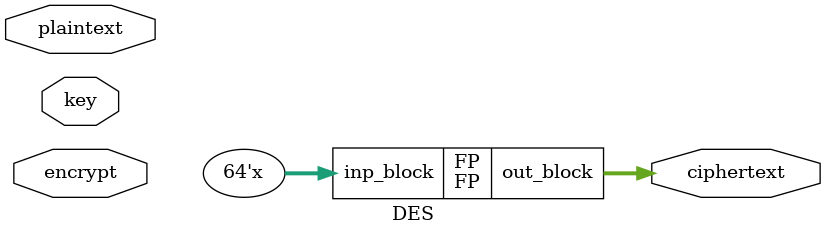
<source format=sv>
/*
 Data Encryption Standard (S-DES)
 64-bit 16-round block cipher encryption and decryption algorithm 
 using 56-bit key (64-bit key with Parity).
 */

module GenerateKeys (Key, SubKey1, SubKey2, SubKey3, SubKey4,
		     SubKey5, SubKey6, SubKey7, SubKey8,
		     SubKey9, SubKey10, SubKey11, SubKey12,
		     SubKey13, SubKey14, SubKey15, SubKey16);
   
   // Generate SubKeys
   input logic [63:0]  Key;
   output logic [47:0] SubKey1;
   output logic [47:0] SubKey2;
   output logic [47:0] SubKey3;
   output logic [47:0] SubKey4;
   output logic [47:0] SubKey5;
   output logic [47:0] SubKey6;
   output logic [47:0] SubKey7;
   output logic [47:0] SubKey8;
   output logic [47:0] SubKey9;
   output logic [47:0] SubKey10;
   output logic [47:0] SubKey11;
   output logic [47:0] SubKey12;
   output logic [47:0] SubKey13;
   output logic [47:0] SubKey14;
   output logic [47:0] SubKey15;
   output logic [47:0] SubKey16;

endmodule // GenerateKeys

module PC1 (key, left_block, right_block);

   input logic [63:0]  key;
   output logic [27:0] left_block;
   output logic [27:0] right_block;

   logic [55:0]        out_block;

endmodule // PC1

module PC2 (left_block, right_block, subkey);

   input logic [27:0] left_block;
   input logic [27:0] right_block;
   output logic [47:0] subkey;

endmodule // PC2

// Straight Function
module SF (inp_block, out_block);

   input logic [31:0] inp_block;
   output logic [31:0] out_block;

endmodule // SF

// Expansion Function
module EF (inp_block, out_block);

   input logic [31:0] inp_block;
   output logic [47:0] out_block;

endmodule // EF

module feistel (inp_block, subkey, out_block);

   input logic [31:0]  inp_block;
   input logic [47:0]  subkey;
   output logic [31:0] out_block;

endmodule // Feistel

// DES block round
module round (inp_block, subkey, out_block);

   input logic [63:0]  inp_block;
   input logic [47:0]  subkey;
   output logic [63:0] out_block;

endmodule // round1

// Initial Permutation
module IP (inp_block, out_block);

   input logic [63:0]  inp_block;
   output logic [63:0] out_block;

   assign out_block[63] = inp_block[64-58];
   assign out_block[62] = inp_block[64-50];
   assign out_block[61] = inp_block[64-42];
   assign out_block[60] = inp_block[64-34];
   assign out_block[59] = inp_block[64-26];
   assign out_block[58] = inp_block[64-18];
   assign out_block[57] = inp_block[64-10];
   assign out_block[56] = inp_block[64-2];
   assign out_block[55] = inp_block[64-60];
   assign out_block[54] = inp_block[64-52];   
   assign out_block[53] = inp_block[64-44];   
   assign out_block[52] = inp_block[64-36];
   assign out_block[51] = inp_block[64-28];
   assign out_block[50] = inp_block[64-20];
   assign out_block[49] = inp_block[64-12];
   assign out_block[48] = inp_block[64-4];
   assign out_block[47] = inp_block[64-62];
   assign out_block[46] = inp_block[64-54];
   assign out_block[45] = inp_block[64-46];
   assign out_block[44] = inp_block[64-38];   
   assign out_block[43] = inp_block[64-30];
   assign out_block[42] = inp_block[64-22];   
   assign out_block[41] = inp_block[64-14];
   assign out_block[40] = inp_block[64-6];
   assign out_block[39] = inp_block[64-64];
   assign out_block[38] = inp_block[64-56];
   assign out_block[37] = inp_block[64-48];
   assign out_block[36] = inp_block[64-40];
   assign out_block[35] = inp_block[64-32];
   assign out_block[34] = inp_block[64-24];   
   assign out_block[33] = inp_block[64-16];
   assign out_block[32] = inp_block[64-8];   
   assign out_block[31] = inp_block[64-57];
   assign out_block[30] = inp_block[64-49];
   assign out_block[29] = inp_block[64-41];
   assign out_block[28] = inp_block[64-33];
   assign out_block[27] = inp_block[64-25];
   assign out_block[26] = inp_block[64-17];
   assign out_block[25] = inp_block[64-9];   
   assign out_block[24] = inp_block[64-1];   
   assign out_block[23] = inp_block[64-59];
   assign out_block[22] = inp_block[64-51];   
   assign out_block[21] = inp_block[64-43];
   assign out_block[20] = inp_block[64-35];
   assign out_block[19] = inp_block[64-27];
   assign out_block[18] = inp_block[64-19];
   assign out_block[17] = inp_block[64-11];
   assign out_block[16] = inp_block[64-3];
   assign out_block[15] = inp_block[64-61];
   assign out_block[14] = inp_block[64-53];   
   assign out_block[13] = inp_block[64-45];
   assign out_block[12] = inp_block[64-37];   
   assign out_block[11] = inp_block[64-29];
   assign out_block[10] = inp_block[64-21];
   assign out_block[9] = inp_block[64-13];
   assign out_block[8] = inp_block[64-5];
   assign out_block[7] = inp_block[64-63];
   assign out_block[6] = inp_block[64-55];
   assign out_block[5] = inp_block[64-47];
   assign out_block[4] = inp_block[64-39];   
   assign out_block[3] = inp_block[64-31];
   assign out_block[2] = inp_block[64-23];    
   assign out_block[1] = inp_block[64-15];
   assign out_block[0] = inp_block[64-7];   

endmodule // IP

// Final Permutation
module FP (inp_block, out_block);

   input logic [63:0]  inp_block;
   output logic [63:0] out_block;

 assign out_block[63] = inp_block[64-40];
   assign out_block[62] = inp_block[64-8];
   assign out_block[61] = inp_block[64-48];
   assign out_block[60] = inp_block[64-16];
   assign out_block[59] = inp_block[64-56];
   assign out_block[58] = inp_block[64-24];
   assign out_block[57] = inp_block[64-64];
   assign out_block[56] = inp_block[64-32];
   
   assign out_block[55] = inp_block[64-39];
   assign out_block[54] = inp_block[64-7];   
   assign out_block[53] = inp_block[64-47];   
   assign out_block[52] = inp_block[64-15];
   assign out_block[51] = inp_block[64-55];
   assign out_block[50] = inp_block[64-23];
   assign out_block[49] = inp_block[64-63];
   assign out_block[48] = inp_block[64-31];
   
   assign out_block[47] = inp_block[64-38];
   assign out_block[46] = inp_block[64-6];
   assign out_block[45] = inp_block[64-46];
   assign out_block[44] = inp_block[64-14];   
   assign out_block[43] = inp_block[64-54];
   assign out_block[42] = inp_block[64-22];   
   assign out_block[41] = inp_block[64-62];
   assign out_block[40] = inp_block[64-30];
   
   assign out_block[39] = inp_block[64-37];
   assign out_block[38] = inp_block[64-5];
   assign out_block[37] = inp_block[64-45];
   assign out_block[36] = inp_block[64-13];
   assign out_block[35] = inp_block[64-53];
   assign out_block[34] = inp_block[64-21];   
   assign out_block[33] = inp_block[64-61];
   assign out_block[32] = inp_block[64-29];
   
   assign out_block[31] = inp_block[64-36];
   assign out_block[30] = inp_block[64-4];
   assign out_block[29] = inp_block[64-44];
   assign out_block[28] = inp_block[64-12];
   assign out_block[27] = inp_block[64-52];
   assign out_block[26] = inp_block[64-20];
   assign out_block[25] = inp_block[64-60];   
   assign out_block[24] = inp_block[64-28];
   
   assign out_block[23] = inp_block[64-35];
   assign out_block[22] = inp_block[64-3];   
   assign out_block[21] = inp_block[64-43];
   assign out_block[20] = inp_block[64-11];
   assign out_block[19] = inp_block[64-51];
   assign out_block[18] = inp_block[64-19];
   assign out_block[17] = inp_block[64-59];
   assign out_block[16] = inp_block[64-27];
   
   assign out_block[15] = inp_block[64-34];
   assign out_block[14] = inp_block[64-2];   
   assign out_block[13] = inp_block[64-42];
   assign out_block[12] = inp_block[64-10];   
   assign out_block[11] = inp_block[64-50];
   assign out_block[10] = inp_block[64-18];
   assign out_block[9] = inp_block[64-58];
   assign out_block[8] = inp_block[64-26];
   
   assign out_block[7] = inp_block[64-33];
   assign out_block[6] = inp_block[64-1];
   assign out_block[5] = inp_block[64-41];   
   assign out_block[4] = inp_block[64-9];
   assign out_block[3] = inp_block[64-49];    
   assign out_block[2] = inp_block[64-17];
   assign out_block[1] = inp_block[64-57];
   assign out_block[0] = inp_block[64-25];  

endmodule // FP

module S1_Box (inp_bits, out_bits);

   input logic [5:0] inp_bits;
   output logic [3:0] out_bits;

   always_comb
     begin
	case ({{inp_bits[5], inp_bits[0]}, inp_bits[4:1]})
	  6'd0  : out_bits = 4'd14;             
	  6'd1  : out_bits = 4'd4;             
	  6'd2  : out_bits = 4'd13;            
	  6'd3  : out_bits = 4'd1;             
	  6'd4  : out_bits = 4'd2;             
	  6'd5  : out_bits = 4'd15;             
	  6'd6  : out_bits = 4'd11;             
	  6'd7  : out_bits = 4'd8;             
	  6'd8  : out_bits = 4'd3;             
	  6'd9  : out_bits = 4'd10;             
	  6'd10 : out_bits = 4'd6;             
	  6'd11 : out_bits = 4'd12;             
	  6'd12 : out_bits = 4'd5;             
	  6'd13 : out_bits = 4'd9;             
	  6'd14 : out_bits = 4'd0;             
	  6'd15 : out_bits = 4'd7;             
	  6'd16 : out_bits = 4'd0;             
	  6'd17 : out_bits = 4'd15;             
	  6'd18 : out_bits = 4'd7;             
	  6'd19 : out_bits = 4'd4;             
	  6'd20 : out_bits = 4'd14;             
	  6'd21 : out_bits = 4'd2;             
	  6'd22 : out_bits = 4'd13;             
	  6'd23 : out_bits = 4'd1;             
	  6'd24 : out_bits = 4'd10;             
	  6'd25 : out_bits = 4'd6;             
	  6'd26 : out_bits = 4'd12;             
	  6'd27 : out_bits = 4'd11;             
	  6'd28 : out_bits = 4'd9;             
	  6'd29 : out_bits = 4'd5;             
	  6'd30 : out_bits = 4'd3;             
	  6'd31 : out_bits = 4'd8;             
	  6'd32 : out_bits = 4'd4;             
	  6'd33 : out_bits = 4'd1;             
	  6'd34 : out_bits = 4'd14;             
	  6'd35 : out_bits = 4'd8;             
	  6'd36 : out_bits = 4'd13;             
	  6'd37 : out_bits = 4'd6;             
	  6'd38 : out_bits = 4'd2;             
	  6'd39 : out_bits = 4'd11;             
	  6'd40 : out_bits = 4'd15;             
	  6'd41 : out_bits = 4'd12;             
	  6'd42 : out_bits = 4'd9;             
	  6'd43 : out_bits = 4'd7;             
	  6'd44 : out_bits = 4'd3;             
	  6'd45 : out_bits = 4'd10;             
	  6'd46 : out_bits = 4'd5;             
	  6'd47 : out_bits = 4'd0;             
	  6'd48 : out_bits = 4'd15;             
	  6'd49 : out_bits = 4'd12;             
	  6'd50 : out_bits = 4'd8;             
	  6'd51 : out_bits = 4'd2;             
	  6'd52 : out_bits = 4'd4;             
	  6'd53 : out_bits = 4'd9;            
	  6'd54 : out_bits = 4'd1;             
	  6'd55 : out_bits = 4'd7;            
	  6'd56 : out_bits = 4'd5;        
	  6'd57 : out_bits = 4'd11;        
	  6'd58 : out_bits = 4'd3;       
	  6'd59 : out_bits = 4'd14;       
	  6'd60 : out_bits = 4'd10;       
	  6'd61 : out_bits = 4'd0;       
	  6'd62 : out_bits = 4'd6;      
	  6'd63 : out_bits = 4'd13;      
	  default : out_bits = 4'd0; 		
        endcase
     end // always_comb
   
endmodule // S1_Box

module S2_Box (inp_bits, out_bits);

   input logic [5:0] inp_bits;
   output logic [3:0] out_bits;

   always_comb
     begin
	case ({{inp_bits[5], inp_bits[0]}, inp_bits[4:1]})             
	  6'd0  : out_bits = 4'd15;             
	  6'd1  : out_bits = 4'd1;             
	  6'd2  : out_bits = 4'd8;            
	  6'd3  : out_bits = 4'd14;             
	  6'd4  : out_bits = 4'd6;             
	  6'd5  : out_bits = 4'd11;             
	  6'd6  : out_bits = 4'd3;             
	  6'd7  : out_bits = 4'd4;             
	  6'd8  : out_bits = 4'd9;             
	  6'd9  : out_bits = 4'd7;             
	  6'd10 : out_bits = 4'd2;             
	  6'd11 : out_bits = 4'd13;             
	  6'd12 : out_bits = 4'd12;             
	  6'd13 : out_bits = 4'd0;             
	  6'd14 : out_bits = 4'd5;             
	  6'd15 : out_bits = 4'd10;             
	  6'd16 : out_bits = 4'd3;             
	  6'd17 : out_bits = 4'd13;             
	  6'd18 : out_bits = 4'd4;             
	  6'd19 : out_bits = 4'd7;             
	  6'd20 : out_bits = 4'd15;             
	  6'd21 : out_bits = 4'd2;             
	  6'd22 : out_bits = 4'd8;             
	  6'd23 : out_bits = 4'd14;             
	  6'd24 : out_bits = 4'd12;             
	  6'd25 : out_bits = 4'd0;             
	  6'd26 : out_bits = 4'd1;             
	  6'd27 : out_bits = 4'd10;             
	  6'd28 : out_bits = 4'd6;             
	  6'd29 : out_bits = 4'd9;             
	  6'd30 : out_bits = 4'd11;             
	  6'd31 : out_bits = 4'd5;             
	  6'd32 : out_bits = 4'd0;             
	  6'd33 : out_bits = 4'd14;             
	  6'd34 : out_bits = 4'd7;             
	  6'd35 : out_bits = 4'd11;             
	  6'd36 : out_bits = 4'd10;             
	  6'd37 : out_bits = 4'd4;             
	  6'd38 : out_bits = 4'd13;             
	  6'd39 : out_bits = 4'd1;             
	  6'd40 : out_bits = 4'd5;             
	  6'd41 : out_bits = 4'd8;             
	  6'd42 : out_bits = 4'd12;             
	  6'd43 : out_bits = 4'd6;             
	  6'd44 : out_bits = 4'd9;             
	  6'd45 : out_bits = 4'd3;             
	  6'd46 : out_bits = 4'd2;             
	  6'd47 : out_bits = 4'd15;             
	  6'd48 : out_bits = 4'd13;             
	  6'd49 : out_bits = 4'd8;             
	  6'd50 : out_bits = 4'd10;             
	  6'd51 : out_bits = 4'd1;             
	  6'd52 : out_bits = 4'd3;             
	  6'd53 : out_bits = 4'd15;            
	  6'd54 : out_bits = 4'd4;             
	  6'd55 : out_bits = 4'd2;            
	  6'd56 : out_bits = 4'd11;        
	  6'd57 : out_bits = 4'd6;        
	  6'd58 : out_bits = 4'd7;       
	  6'd59 : out_bits = 4'd12;       
	  6'd60 : out_bits = 4'd0;       
	  6'd61 : out_bits = 4'd5;       
	  6'd62 : out_bits = 4'd14;      
	  6'd63 : out_bits = 4'd9;      
	  default : out_bits = 4'd0; 		
        endcase
     end // always_comb
   
endmodule // S2_Box

module S3_Box (inp_bits, out_bits);

   input logic [5:0] inp_bits;
   output logic [3:0] out_bits;

   always_comb
     begin
	case ({{inp_bits[5], inp_bits[0]}, inp_bits[4:1]})
	  6'd0  : out_bits = 4'd10;             
	  6'd1  : out_bits = 4'd0;             
	  6'd2  : out_bits = 4'd9;            
	  6'd3  : out_bits = 4'd14;             
	  6'd4  : out_bits = 4'd6;             
	  6'd5  : out_bits = 4'd3;             
	  6'd6  : out_bits = 4'd15;             
	  6'd7  : out_bits = 4'd5;             
	  6'd8  : out_bits = 4'd1;             
	  6'd9  : out_bits = 4'd13;             
	  6'd10 : out_bits = 4'd12;             
	  6'd11 : out_bits = 4'd7;             
	  6'd12 : out_bits = 4'd11;             
	  6'd13 : out_bits = 4'd4;             
	  6'd14 : out_bits = 4'd2;             
	  6'd15 : out_bits = 4'd8;             
	  6'd16 : out_bits = 4'd13;             
	  6'd17 : out_bits = 4'd7;             
	  6'd18 : out_bits = 4'd0;             
	  6'd19 : out_bits = 4'd9;             
	  6'd20 : out_bits = 4'd3;             
	  6'd21 : out_bits = 4'd4;             
	  6'd22 : out_bits = 4'd6;             
	  6'd23 : out_bits = 4'd10;             
	  6'd24 : out_bits = 4'd2;             
	  6'd25 : out_bits = 4'd8;             
	  6'd26 : out_bits = 4'd5;             
	  6'd27 : out_bits = 4'd14;             
	  6'd28 : out_bits = 4'd12;             
	  6'd29 : out_bits = 4'd11;             
	  6'd30 : out_bits = 4'd15;             
	  6'd31 : out_bits = 4'd1;             
	  6'd32 : out_bits = 4'd13;             
	  6'd33 : out_bits = 4'd6;             
	  6'd34 : out_bits = 4'd4;             
	  6'd35 : out_bits = 4'd9;             
	  6'd36 : out_bits = 4'd8;             
	  6'd37 : out_bits = 4'd15;             
	  6'd38 : out_bits = 4'd3;             
	  6'd39 : out_bits = 4'd0;             
	  6'd40 : out_bits = 4'd11;             
	  6'd41 : out_bits = 4'd1;             
	  6'd42 : out_bits = 4'd2;             
	  6'd43 : out_bits = 4'd12;             
	  6'd44 : out_bits = 4'd5;             
	  6'd45 : out_bits = 4'd10;             
	  6'd46 : out_bits = 4'd14;             
	  6'd47 : out_bits = 4'd7;             
	  6'd48 : out_bits = 4'd1;             
	  6'd49 : out_bits = 4'd10;             
	  6'd50 : out_bits = 4'd13;             
	  6'd51 : out_bits = 4'd0;             
	  6'd52 : out_bits = 4'd6;             
	  6'd53 : out_bits = 4'd9;            
	  6'd54 : out_bits = 4'd8;             
	  6'd55 : out_bits = 4'd7;            
	  6'd56 : out_bits = 4'd4;        
	  6'd57 : out_bits = 4'd15;        
	  6'd58 : out_bits = 4'd14;       
	  6'd59 : out_bits = 4'd3;       
	  6'd60 : out_bits = 4'd11;       
	  6'd61 : out_bits = 4'd5;       
	  6'd62 : out_bits = 4'd2;      
	  6'd63 : out_bits = 4'd12;      
	  default : out_bits = 4'd0; 		
        endcase
     end // always_comb
   
endmodule // S3_Box

module S4_Box (inp_bits, out_bits);

   input logic [5:0] inp_bits;
   output logic [3:0] out_bits;

   always_comb
     begin
	case ({{inp_bits[5], inp_bits[0]}, inp_bits[4:1]})   
	  6'd0  : out_bits = 4'd7;             
	  6'd1  : out_bits = 4'd13;             
	  6'd2  : out_bits = 4'd14;            
	  6'd3  : out_bits = 4'd3;             
	  6'd4  : out_bits = 4'd0;             
	  6'd5  : out_bits = 4'd6;             
	  6'd6  : out_bits = 4'd9;             
	  6'd7  : out_bits = 4'd10;             
	  6'd8  : out_bits = 4'd1;             
	  6'd9  : out_bits = 4'd2;             
	  6'd10 : out_bits = 4'd8;             
	  6'd11 : out_bits = 4'd5;             
	  6'd12 : out_bits = 4'd11;             
	  6'd13 : out_bits = 4'd12;             
	  6'd14 : out_bits = 4'd4;             
	  6'd15 : out_bits = 4'd15;             
	  6'd16 : out_bits = 4'd13;             
	  6'd17 : out_bits = 4'd8;             
	  6'd18 : out_bits = 4'd11;             
	  6'd19 : out_bits = 4'd5;             
	  6'd20 : out_bits = 4'd6;             
	  6'd21 : out_bits = 4'd15;             
	  6'd22 : out_bits = 4'd0;             
	  6'd23 : out_bits = 4'd3;             
	  6'd24 : out_bits = 4'd4;             
	  6'd25 : out_bits = 4'd7;             
	  6'd26 : out_bits = 4'd2;             
	  6'd27 : out_bits = 4'd12;             
	  6'd28 : out_bits = 4'd1;             
	  6'd29 : out_bits = 4'd10;             
	  6'd30 : out_bits = 4'd14;             
	  6'd31 : out_bits = 4'd9;             
	  6'd32 : out_bits = 4'd10;             
	  6'd33 : out_bits = 4'd6;             
	  6'd34 : out_bits = 4'd9;             
	  6'd35 : out_bits = 4'd0;             
	  6'd36 : out_bits = 4'd12;             
	  6'd37 : out_bits = 4'd11;             
	  6'd38 : out_bits = 4'd7;             
	  6'd39 : out_bits = 4'd13;             
	  6'd40 : out_bits = 4'd15;             
	  6'd41 : out_bits = 4'd1;             
	  6'd42 : out_bits = 4'd3;             
	  6'd43 : out_bits = 4'd14;             
	  6'd44 : out_bits = 4'd5;             
	  6'd45 : out_bits = 4'd2;             
	  6'd46 : out_bits = 4'd8;             
	  6'd47 : out_bits = 4'd4;             
	  6'd48 : out_bits = 4'd3;             
	  6'd49 : out_bits = 4'd15;             
	  6'd50 : out_bits = 4'd0;             
	  6'd51 : out_bits = 4'd6;             
	  6'd52 : out_bits = 4'd10;             
	  6'd53 : out_bits = 4'd1;            
	  6'd54 : out_bits = 4'd13;             
	  6'd55 : out_bits = 4'd8;            
	  6'd56 : out_bits = 4'd9;        
	  6'd57 : out_bits = 4'd4;        
	  6'd58 : out_bits = 4'd5;       
	  6'd59 : out_bits = 4'd11;       
	  6'd60 : out_bits = 4'd12;       
	  6'd61 : out_bits = 4'd7;       
	  6'd62 : out_bits = 4'd2;      
	  6'd63 : out_bits = 4'd14;      
	  default : out_bits = 4'd0; 		
        endcase
     end // always_comb
   
endmodule // S4_Box

module S5_Box (inp_bits, out_bits);

   input logic [5:0] inp_bits;
   output logic [3:0] out_bits;

   always_comb
     begin
	case ({{inp_bits[5], inp_bits[0]}, inp_bits[4:1]})   
	  6'd0  : out_bits = 4'd2;             
	  6'd1  : out_bits = 4'd12;             
	  6'd2  : out_bits = 4'd4;            
	  6'd3  : out_bits = 4'd1;             
	  6'd4  : out_bits = 4'd7;             
	  6'd5  : out_bits = 4'd10;             
	  6'd6  : out_bits = 4'd11;             
	  6'd7  : out_bits = 4'd6;             
	  6'd8  : out_bits = 4'd8;             
	  6'd9  : out_bits = 4'd5;             
	  6'd10 : out_bits = 4'd3;             
	  6'd11 : out_bits = 4'd15;             
	  6'd12 : out_bits = 4'd13;             
	  6'd13 : out_bits = 4'd0;             
	  6'd14 : out_bits = 4'd14;             
	  6'd15 : out_bits = 4'd9;             
	  6'd16 : out_bits = 4'd14;             
	  6'd17 : out_bits = 4'd11;             
	  6'd18 : out_bits = 4'd2;             
	  6'd19 : out_bits = 4'd12;             
	  6'd20 : out_bits = 4'd4;             
	  6'd21 : out_bits = 4'd7;             
	  6'd22 : out_bits = 4'd13;             
	  6'd23 : out_bits = 4'd1;             
	  6'd24 : out_bits = 4'd5;             
	  6'd25 : out_bits = 4'd0;             
	  6'd26 : out_bits = 4'd15;             
	  6'd27 : out_bits = 4'd10;             
	  6'd28 : out_bits = 4'd3;             
	  6'd29 : out_bits = 4'd9;             
	  6'd30 : out_bits = 4'd8;             
	  6'd31 : out_bits = 4'd6;             
	  6'd32 : out_bits = 4'd4;             
	  6'd33 : out_bits = 4'd2;             
	  6'd34 : out_bits = 4'd1;             
	  6'd35 : out_bits = 4'd11;             
	  6'd36 : out_bits = 4'd10;             
	  6'd37 : out_bits = 4'd13;             
	  6'd38 : out_bits = 4'd7;             
	  6'd39 : out_bits = 4'd8;             
	  6'd40 : out_bits = 4'd15;             
	  6'd41 : out_bits = 4'd9;             
	  6'd42 : out_bits = 4'd12;             
	  6'd43 : out_bits = 4'd5;             
	  6'd44 : out_bits = 4'd6;             
	  6'd45 : out_bits = 4'd3;             
	  6'd46 : out_bits = 4'd0;             
	  6'd47 : out_bits = 4'd14;             
	  6'd48 : out_bits = 4'd11;             
	  6'd49 : out_bits = 4'd8;             
	  6'd50 : out_bits = 4'd12;             
	  6'd51 : out_bits = 4'd7;             
	  6'd52 : out_bits = 4'd1;             
	  6'd53 : out_bits = 4'd14;            
	  6'd54 : out_bits = 4'd2;             
	  6'd55 : out_bits = 4'd13;            
	  6'd56 : out_bits = 4'd6;        
	  6'd57 : out_bits = 4'd15;        
	  6'd58 : out_bits = 4'd0;       
	  6'd59 : out_bits = 4'd9;       
	  6'd60 : out_bits = 4'd10;       
	  6'd61 : out_bits = 4'd4;       
	  6'd62 : out_bits = 4'd5;      
	  6'd63 : out_bits = 4'd3;      
	  default : out_bits = 4'd0; 		
        endcase
     end // always_comb
   
endmodule // S5_Box

module S6_Box (inp_bits, out_bits);

   input logic [5:0] inp_bits;
   output logic [3:0] out_bits;

   always_comb
     begin
	case ({{inp_bits[5], inp_bits[0]}, inp_bits[4:1]})   
	  6'd0  : out_bits = 4'd12;             
	  6'd1  : out_bits = 4'd1;             
	  6'd2  : out_bits = 4'd10;            
	  6'd3  : out_bits = 4'd15;             
	  6'd4  : out_bits = 4'd9;             
	  6'd5  : out_bits = 4'd2;             
	  6'd6  : out_bits = 4'd6;             
	  6'd7  : out_bits = 4'd8;             
	  6'd8  : out_bits = 4'd0;             
	  6'd9  : out_bits = 4'd13;             
	  6'd10 : out_bits = 4'd3;             
	  6'd11 : out_bits = 4'd4;             
	  6'd12 : out_bits = 4'd14;             
	  6'd13 : out_bits = 4'd7;             
	  6'd14 : out_bits = 4'd5;             
	  6'd15 : out_bits = 4'd11;             
	  6'd16 : out_bits = 4'd10;             
	  6'd17 : out_bits = 4'd15;             
	  6'd18 : out_bits = 4'd4;             
	  6'd19 : out_bits = 4'd2;             
	  6'd20 : out_bits = 4'd7;             
	  6'd21 : out_bits = 4'd12;             
	  6'd22 : out_bits = 4'd9;             
	  6'd23 : out_bits = 4'd5;             
	  6'd24 : out_bits = 4'd6;             
	  6'd25 : out_bits = 4'd1;             
	  6'd26 : out_bits = 4'd13;             
	  6'd27 : out_bits = 4'd14;             
	  6'd28 : out_bits = 4'd0;             
	  6'd29 : out_bits = 4'd11;             
	  6'd30 : out_bits = 4'd3;             
	  6'd31 : out_bits = 4'd8;             
	  6'd32 : out_bits = 4'd9;             
	  6'd33 : out_bits = 4'd14;             
	  6'd34 : out_bits = 4'd15;             
	  6'd35 : out_bits = 4'd5;             
	  6'd36 : out_bits = 4'd2;             
	  6'd37 : out_bits = 4'd8;             
	  6'd38 : out_bits = 4'd12;             
	  6'd39 : out_bits = 4'd3;             
	  6'd40 : out_bits = 4'd7;             
	  6'd41 : out_bits = 4'd0;             
	  6'd42 : out_bits = 4'd4;             
	  6'd43 : out_bits = 4'd10;             
	  6'd44 : out_bits = 4'd1;             
	  6'd45 : out_bits = 4'd13;             
	  6'd46 : out_bits = 4'd11;             
	  6'd47 : out_bits = 4'd6;             
	  6'd48 : out_bits = 4'd4;             
	  6'd49 : out_bits = 4'd3;             
	  6'd50 : out_bits = 4'd2;             
	  6'd51 : out_bits = 4'd12;             
	  6'd52 : out_bits = 4'd9;             
	  6'd53 : out_bits = 4'd5;            
	  6'd54 : out_bits = 4'd15;             
	  6'd55 : out_bits = 4'd10;            
	  6'd56 : out_bits = 4'd11;        
	  6'd57 : out_bits = 4'd14;        
	  6'd58 : out_bits = 4'd1;       
	  6'd59 : out_bits = 4'd7;       
	  6'd60 : out_bits = 4'd6;       
	  6'd61 : out_bits = 4'd0;       
	  6'd62 : out_bits = 4'd8;      
	  6'd63 : out_bits = 4'd13;	  
	  default : out_bits = 4'd0; 		
        endcase
     end // always_comb
   
endmodule // S6_Box

module S7_Box (inp_bits, out_bits);

   input logic [5:0] inp_bits;
   output logic [3:0] out_bits;

   always_comb
     begin
	case ({{inp_bits[5], inp_bits[0]}, inp_bits[4:1]})   
	  6'd0  : out_bits = 4'd4;             
	  6'd1  : out_bits = 4'd11;             
	  6'd2  : out_bits = 4'd2;            
	  6'd3  : out_bits = 4'd14;             
	  6'd4  : out_bits = 4'd15;             
	  6'd5  : out_bits = 4'd0;             
	  6'd6  : out_bits = 4'd8;             
	  6'd7  : out_bits = 4'd13;             
	  6'd8  : out_bits = 4'd3;             
	  6'd9  : out_bits = 4'd12;             
	  6'd10 : out_bits = 4'd9;             
	  6'd11 : out_bits = 4'd7;             
	  6'd12 : out_bits = 4'd5;             
	  6'd13 : out_bits = 4'd10;             
	  6'd14 : out_bits = 4'd6;             
	  6'd15 : out_bits = 4'd1;             
	  6'd16 : out_bits = 4'd13;             
	  6'd17 : out_bits = 4'd0;             
	  6'd18 : out_bits = 4'd11;             
	  6'd19 : out_bits = 4'd7;             
	  6'd20 : out_bits = 4'd4;             
	  6'd21 : out_bits = 4'd9;             
	  6'd22 : out_bits = 4'd1;             
	  6'd23 : out_bits = 4'd10;             
	  6'd24 : out_bits = 4'd14;             
	  6'd25 : out_bits = 4'd3;             
	  6'd26 : out_bits = 4'd5;             
	  6'd27 : out_bits = 4'd12;             
	  6'd28 : out_bits = 4'd2;             
	  6'd29 : out_bits = 4'd15;             
	  6'd30 : out_bits = 4'd8;             
	  6'd31 : out_bits = 4'd6;             
	  6'd32 : out_bits = 4'd1;             
	  6'd33 : out_bits = 4'd4;             
	  6'd34 : out_bits = 4'd11;             
	  6'd35 : out_bits = 4'd13;             
	  6'd36 : out_bits = 4'd12;             
	  6'd37 : out_bits = 4'd3;             
	  6'd38 : out_bits = 4'd7;             
	  6'd39 : out_bits = 4'd14;             
	  6'd40 : out_bits = 4'd10;             
	  6'd41 : out_bits = 4'd15;             
	  6'd42 : out_bits = 4'd6;             
	  6'd43 : out_bits = 4'd8;             
	  6'd44 : out_bits = 4'd0;             
	  6'd45 : out_bits = 4'd5;             
	  6'd46 : out_bits = 4'd9;             
	  6'd47 : out_bits = 4'd2;             
	  6'd48 : out_bits = 4'd6;             
	  6'd49 : out_bits = 4'd11;             
	  6'd50 : out_bits = 4'd13;             
	  6'd51 : out_bits = 4'd8;             
	  6'd52 : out_bits = 4'd1;             
	  6'd53 : out_bits = 4'd4;            
	  6'd54 : out_bits = 4'd10;             
	  6'd55 : out_bits = 4'd7;            
	  6'd56 : out_bits = 4'd9;        
	  6'd57 : out_bits = 4'd5;        
	  6'd58 : out_bits = 4'd0;       
	  6'd59 : out_bits = 4'd15;       
	  6'd60 : out_bits = 4'd14;       
	  6'd61 : out_bits = 4'd2;       
	  6'd62 : out_bits = 4'd3;      
	  6'd63 : out_bits = 4'd12;  
	  default : out_bits = 4'd0; 		
        endcase
     end // always_comb
   
endmodule // S7_Box

module S8_Box (inp_bits, out_bits);

   input logic [5:0] inp_bits;
   output logic [3:0] out_bits;

   always_comb
     begin
	case ({{inp_bits[5], inp_bits[0]}, inp_bits[4:1]})   
	  6'd0  : out_bits = 4'd13;             
	  6'd1  : out_bits = 4'd2;             
	  6'd2  : out_bits = 4'd8;            
	  6'd3  : out_bits = 4'd4;             
	  6'd4  : out_bits = 4'd6;             
	  6'd5  : out_bits = 4'd15;             
	  6'd6  : out_bits = 4'd11;             
	  6'd7  : out_bits = 4'd1;             
	  6'd8  : out_bits = 4'd10;             
	  6'd9  : out_bits = 4'd9;             
	  6'd10 : out_bits = 4'd3;             
	  6'd11 : out_bits = 4'd14;             
	  6'd12 : out_bits = 4'd5;             
	  6'd13 : out_bits = 4'd0;             
	  6'd14 : out_bits = 4'd12;             
	  6'd15 : out_bits = 4'd7;             
	  6'd16 : out_bits = 4'd1;             
	  6'd17 : out_bits = 4'd15;             
	  6'd18 : out_bits = 4'd13;             
	  6'd19 : out_bits = 4'd8;             
	  6'd20 : out_bits = 4'd10;             
	  6'd21 : out_bits = 4'd3;             
	  6'd22 : out_bits = 4'd7;             
	  6'd23 : out_bits = 4'd4;             
	  6'd24 : out_bits = 4'd12;             
	  6'd25 : out_bits = 4'd5;             
	  6'd26 : out_bits = 4'd6;             
	  6'd27 : out_bits = 4'd11;             
	  6'd28 : out_bits = 4'd0;             
	  6'd29 : out_bits = 4'd14;             
	  6'd30 : out_bits = 4'd9;             
	  6'd31 : out_bits = 4'd2;             
	  6'd32 : out_bits = 4'd7;             
	  6'd33 : out_bits = 4'd11;             
	  6'd34 : out_bits = 4'd4;             
	  6'd35 : out_bits = 4'd1;             
	  6'd36 : out_bits = 4'd9;             
	  6'd37 : out_bits = 4'd12;             
	  6'd38 : out_bits = 4'd14;             
	  6'd39 : out_bits = 4'd2;             
	  6'd40 : out_bits = 4'd0;             
	  6'd41 : out_bits = 4'd6;             
	  6'd42 : out_bits = 4'd10;             
	  6'd43 : out_bits = 4'd13;             
	  6'd44 : out_bits = 4'd15;             
	  6'd45 : out_bits = 4'd3;             
	  6'd46 : out_bits = 4'd5;             
	  6'd47 : out_bits = 4'd8;             
	  6'd48 : out_bits = 4'd2;             
	  6'd49 : out_bits = 4'd1;             
	  6'd50 : out_bits = 4'd14;             
	  6'd51 : out_bits = 4'd7;             
	  6'd52 : out_bits = 4'd4;             
	  6'd53 : out_bits = 4'd10;            
	  6'd54 : out_bits = 4'd8;             
	  6'd55 : out_bits = 4'd13;            
	  6'd56 : out_bits = 4'd15;        
	  6'd57 : out_bits = 4'd12;        
	  6'd58 : out_bits = 4'd9;       
	  6'd59 : out_bits = 4'd0;       
	  6'd60 : out_bits = 4'd3;       
	  6'd61 : out_bits = 4'd5;       
	  6'd62 : out_bits = 4'd6;      
	  6'd63 : out_bits = 4'd11;      
	  default : out_bits = 4'd0; 		
        endcase
     end // always_comb
   
endmodule // S8_Box

module DES (input logic [63:0] key, input logic [63:0] plaintext, 
	    input logic encrypt, output logic [63:0] ciphertext);

   logic [47:0] 	SubKey1, SubKey2, SubKey3, SubKey4;   
   logic [47:0] 	SubKey5, SubKey6, SubKey7, SubKey8;   
   logic [47:0] 	SubKey9, SubKey10, SubKey11, SubKey12;
   logic [47:0] 	SubKey13, SubKey14, SubKey15, SubKey16;
   
   // SubKey generation
   GenerateKeys k1 (key, SubKey1, SubKey2, SubKey3, SubKey4,
		    SubKey5, SubKey6, SubKey7, SubKey8,
		    SubKey9, SubKey10, SubKey11, SubKey12,
		    SubKey13, SubKey14, SubKey15, SubKey16);
   // encrypt (encrypt=1) or decrypt (encrypt=0) 

   // Initial Permutation (IP)
   IP b1 (plaintext, ip_out);
   // round 1
   
   // round 2
   
   // round 3
   
   // round 4
   
   // round 5
   
   // round 6
   
   // round 7
   
   // round 8
   
   // round 9
   
   // round 10
   
   // round 11
   
   // round 12
   
   // round 13
   
   // round 14
   
   // round 15
   
   // round 16

   // Final Permutation (IP^{-1}) (swap output of round16)
   FP FP({r16_out[31:0], r16_out[63:32]}, ciphertext);
   
endmodule // DES



</source>
